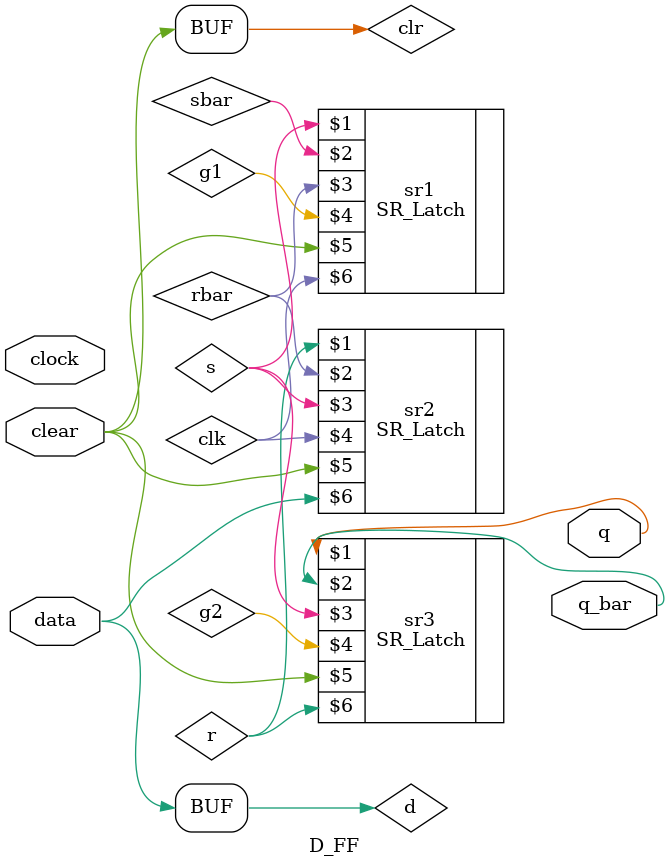
<source format=v>
/********************************************************************
 ***														   	  ***
 *** EE 526 L Experiment #3			   Juan Silva, Spring 2019    ***
 *** 														   	  ***
 *** Hierarchical Modeling				 	 					  ***
 ********************************************************************
 *** Filename: D_FF.v		 Created By Juan Silva 2/7/19  	  	  ***
 ***														   	  ***
 ********************************************************************
 ********************************************************************/

`timescale 1 ns / 10 ps

`define time_delay_1 	1
`define time_delay_2 	2
`define time_delay_3 	3
`define fan_out_1		0.4
`define fan_out_2		0.7
`define fan_out_3		1.0
`define prim_out_delay	5

module D_FF(q, q_bar, clock, data, clear);
//port declarations
	output q, q_bar;
	input clock, data, clear;

//wires	
	wire cbar, clr, clk, clkbr, dbar, d, sbar, s, r, rbar, g1, g2;
	
//netlists

	//Delay for clear
	not #(`time_delay_1 + `fan_out_1) n1(cbar, clear);
	not #(`time_delay_1 + `fan_out_1) n2(clr, cbar);
	
	//Delay for clock
	not #(`time_delay_1 + `fan_out_1) n3(clkbar, clock);
	not #(`time_delay_1 + `fan_out_1) n4(clock, clkbar);
	
	//Delay for clock
	not #(`time_delay_1 + `fan_out_1) n5(dbar, data);
	not #(`time_delay_1 + `fan_out_1) n6(d, dbar);
	
	//Instantiate SR Latch 3 times
	SR_Latch sr1(s, sbar, rbar, g1, clr, clk);
	SR_Latch sr2(r, rbar, s, clk, clr, d);
	SR_Latch sr3(q, q_bar, s, g2, clr, r);
	
endmodule
</source>
